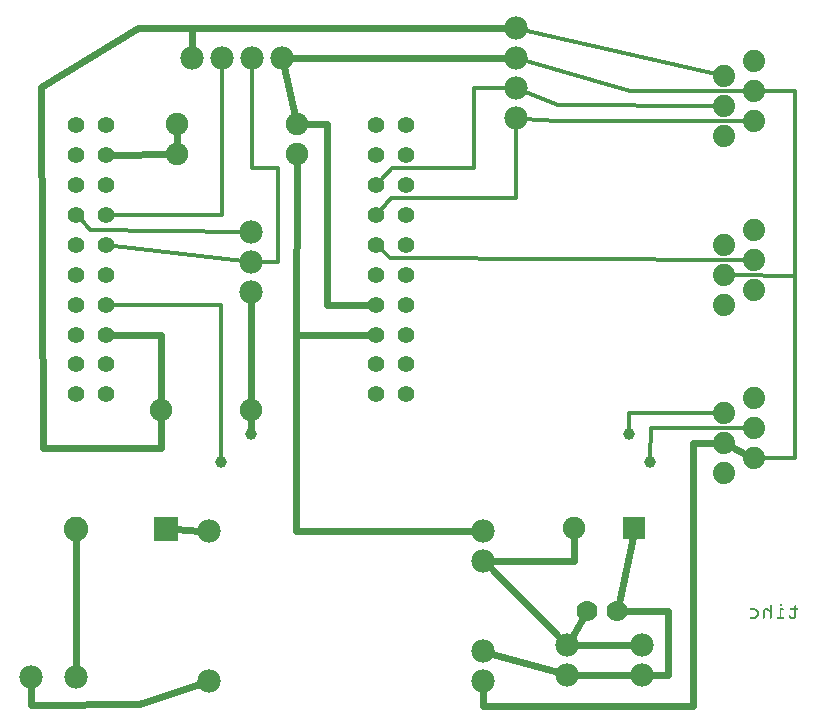
<source format=gbl>
G04 MADE WITH FRITZING*
G04 WWW.FRITZING.ORG*
G04 DOUBLE SIDED*
G04 HOLES PLATED*
G04 CONTOUR ON CENTER OF CONTOUR VECTOR*
%ASAXBY*%
%FSLAX23Y23*%
%MOIN*%
%OFA0B0*%
%SFA1.0B1.0*%
%ADD10C,0.078000*%
%ADD11C,0.055118*%
%ADD12C,0.075000*%
%ADD13C,0.074000*%
%ADD14C,0.070000*%
%ADD15C,0.082000*%
%ADD16C,0.039370*%
%ADD17R,0.075000X0.075000*%
%ADD18R,0.082000X0.082000*%
%ADD19C,0.024000*%
%ADD20C,0.012000*%
%ADD21R,0.001000X0.001000*%
%LNCOPPER0*%
G90*
G70*
G54D10*
X815Y1635D03*
X815Y1535D03*
X815Y1435D03*
G54D11*
X1331Y1195D03*
X1331Y1095D03*
X1231Y1195D03*
X1231Y1095D03*
X331Y1195D03*
X331Y1095D03*
X231Y1195D03*
X231Y1095D03*
G54D10*
X918Y2214D03*
X818Y2214D03*
X718Y2214D03*
X618Y2214D03*
G54D12*
X513Y1041D03*
X813Y1041D03*
X568Y1994D03*
X968Y1994D03*
X568Y1894D03*
X968Y1894D03*
G54D13*
X2389Y831D03*
X2489Y881D03*
X2389Y931D03*
X2489Y981D03*
X2389Y1031D03*
X2489Y1081D03*
X2389Y1392D03*
X2489Y1442D03*
X2389Y1492D03*
X2489Y1542D03*
X2389Y1592D03*
X2489Y1642D03*
X2389Y1955D03*
X2489Y2005D03*
X2389Y2055D03*
X2489Y2105D03*
X2389Y2155D03*
X2489Y2205D03*
G54D12*
X2091Y647D03*
X1891Y647D03*
G54D14*
X1935Y372D03*
X2035Y372D03*
G54D10*
X673Y639D03*
X673Y138D03*
X1588Y639D03*
X1588Y539D03*
X1588Y239D03*
X1588Y138D03*
G54D11*
X1331Y1993D03*
X1331Y1893D03*
X1331Y1793D03*
X1331Y1693D03*
X1331Y1593D03*
X1331Y1493D03*
X1331Y1393D03*
X1331Y1293D03*
X1232Y1993D03*
X1232Y1893D03*
X1232Y1793D03*
X1232Y1693D03*
X1232Y1593D03*
X1232Y1493D03*
X1232Y1393D03*
X1232Y1293D03*
X231Y1993D03*
X231Y1893D03*
X231Y1793D03*
X231Y1693D03*
X231Y1593D03*
X231Y1493D03*
X231Y1393D03*
X231Y1293D03*
X331Y1993D03*
X331Y1893D03*
X331Y1793D03*
X331Y1693D03*
X331Y1593D03*
X331Y1493D03*
X331Y1393D03*
X331Y1293D03*
G54D10*
X231Y153D03*
X81Y153D03*
G54D15*
X529Y645D03*
X231Y645D03*
G54D10*
X1696Y2314D03*
X1696Y2214D03*
X1696Y2114D03*
X1696Y2014D03*
X2118Y259D03*
X2118Y159D03*
X1867Y259D03*
X1867Y159D03*
G54D16*
X713Y869D03*
X2144Y869D03*
X813Y961D03*
X2073Y961D03*
G54D17*
X2091Y647D03*
G54D18*
X530Y645D03*
G54D19*
X1588Y55D02*
X1588Y108D01*
D02*
X2286Y55D02*
X1588Y55D01*
D02*
X2205Y159D02*
X2205Y372D01*
D02*
X2205Y372D02*
X2061Y372D01*
D02*
X2148Y159D02*
X2205Y159D01*
G54D20*
D02*
X2073Y974D02*
X2073Y1031D01*
D02*
X2073Y1031D02*
X2364Y1031D01*
D02*
X786Y1539D02*
X358Y1590D01*
D02*
X277Y1643D02*
X246Y1678D01*
D02*
X791Y1636D02*
X277Y1643D01*
D02*
X818Y1850D02*
X905Y1850D01*
D02*
X905Y1850D02*
X905Y1535D01*
D02*
X905Y1535D02*
X846Y1535D01*
D02*
X818Y2183D02*
X818Y1850D01*
G54D19*
D02*
X568Y1923D02*
X568Y1965D01*
D02*
X1666Y2214D02*
X949Y2214D01*
D02*
X925Y2184D02*
X962Y2022D01*
D02*
X1068Y1393D02*
X1205Y1393D01*
D02*
X1068Y1994D02*
X1068Y1393D01*
D02*
X997Y1994D02*
X1068Y1994D01*
D02*
X813Y1070D02*
X815Y1405D01*
D02*
X2462Y895D02*
X2417Y917D01*
G54D20*
D02*
X2628Y881D02*
X2515Y881D01*
D02*
X713Y882D02*
X713Y1393D01*
D02*
X713Y1393D02*
X358Y1393D01*
D02*
X2145Y882D02*
X2148Y982D01*
D02*
X2148Y982D02*
X2464Y981D01*
G54D19*
D02*
X618Y2314D02*
X1666Y2314D01*
D02*
X618Y2244D02*
X618Y2314D01*
D02*
X115Y2119D02*
X119Y915D01*
D02*
X513Y1293D02*
X358Y1293D01*
D02*
X513Y915D02*
X513Y1013D01*
D02*
X513Y1070D02*
X513Y1293D01*
D02*
X119Y915D02*
X513Y915D01*
D02*
X438Y2314D02*
X115Y2119D01*
D02*
X618Y2314D02*
X438Y2314D01*
G54D20*
D02*
X718Y1693D02*
X358Y1693D01*
D02*
X718Y2183D02*
X718Y1693D01*
G54D19*
D02*
X540Y1894D02*
X358Y1893D01*
D02*
X963Y1293D02*
X968Y1866D01*
D02*
X1205Y1293D02*
X963Y1293D01*
D02*
X2286Y931D02*
X2358Y931D01*
G54D20*
D02*
X1838Y2005D02*
X2464Y2005D01*
D02*
X1720Y2012D02*
X1838Y2005D01*
D02*
X1836Y2058D02*
X1719Y2105D01*
D02*
X2364Y2055D02*
X1836Y2058D01*
D02*
X2076Y2104D02*
X1719Y2207D01*
D02*
X2464Y2105D02*
X2076Y2104D01*
D02*
X2364Y2161D02*
X1720Y2308D01*
G54D19*
D02*
X963Y639D02*
X1558Y639D01*
D02*
X963Y1293D02*
X963Y639D01*
D02*
X231Y613D02*
X231Y183D01*
D02*
X441Y63D02*
X645Y129D01*
D02*
X81Y60D02*
X441Y63D01*
D02*
X81Y123D02*
X81Y60D01*
G54D20*
D02*
X1276Y1547D02*
X2464Y1542D01*
D02*
X1246Y1578D02*
X1276Y1547D01*
D02*
X2628Y1489D02*
X2415Y1492D01*
D02*
X2628Y881D02*
X2628Y1489D01*
D02*
X2628Y2105D02*
X2515Y2105D01*
D02*
X2628Y1489D02*
X2628Y2105D01*
G54D19*
D02*
X2286Y931D02*
X2286Y55D01*
D02*
X1891Y539D02*
X1619Y539D01*
D02*
X1891Y618D02*
X1891Y539D01*
D02*
X1883Y285D02*
X1921Y349D01*
D02*
X2086Y619D02*
X2040Y397D01*
D02*
X1846Y280D02*
X1610Y517D01*
D02*
X1838Y167D02*
X1617Y230D01*
D02*
X643Y640D02*
X561Y644D01*
G54D20*
D02*
X1696Y1749D02*
X1696Y1989D01*
D02*
X1282Y1749D02*
X1696Y1749D01*
D02*
X1246Y1709D02*
X1282Y1749D01*
D02*
X1558Y2114D02*
X1671Y2114D01*
D02*
X1558Y1848D02*
X1558Y2114D01*
D02*
X1285Y1848D02*
X1558Y1848D01*
D02*
X1246Y1808D02*
X1285Y1848D01*
G54D19*
D02*
X1897Y259D02*
X2088Y259D01*
D02*
X2088Y159D02*
X1897Y159D01*
D02*
X813Y980D02*
X813Y1013D01*
G54D21*
X2577Y395D02*
X2583Y395D01*
X2576Y394D02*
X2584Y394D01*
X2546Y393D02*
X2547Y393D01*
X2576Y393D02*
X2584Y393D01*
X2545Y392D02*
X2548Y392D01*
X2576Y392D02*
X2584Y392D01*
X2544Y391D02*
X2549Y391D01*
X2576Y391D02*
X2584Y391D01*
X2544Y390D02*
X2549Y390D01*
X2576Y390D02*
X2584Y390D01*
X2627Y390D02*
X2629Y390D01*
X2544Y389D02*
X2549Y389D01*
X2576Y389D02*
X2584Y389D01*
X2626Y389D02*
X2630Y389D01*
X2544Y388D02*
X2549Y388D01*
X2577Y388D02*
X2583Y388D01*
X2626Y388D02*
X2631Y388D01*
X2544Y387D02*
X2549Y387D01*
X2625Y387D02*
X2631Y387D01*
X2544Y386D02*
X2549Y386D01*
X2625Y386D02*
X2631Y386D01*
X2544Y385D02*
X2549Y385D01*
X2625Y385D02*
X2631Y385D01*
X2544Y384D02*
X2549Y384D01*
X2625Y384D02*
X2631Y384D01*
X2544Y383D02*
X2549Y383D01*
X2625Y383D02*
X2631Y383D01*
X2544Y382D02*
X2549Y382D01*
X2625Y382D02*
X2631Y382D01*
X2544Y381D02*
X2549Y381D01*
X2625Y381D02*
X2631Y381D01*
X2478Y380D02*
X2493Y380D01*
X2527Y380D02*
X2535Y380D01*
X2544Y380D02*
X2549Y380D01*
X2577Y380D02*
X2588Y380D01*
X2612Y380D02*
X2635Y380D01*
X2477Y379D02*
X2496Y379D01*
X2525Y379D02*
X2537Y379D01*
X2544Y379D02*
X2549Y379D01*
X2576Y379D02*
X2589Y379D01*
X2611Y379D02*
X2636Y379D01*
X2476Y378D02*
X2497Y378D01*
X2524Y378D02*
X2539Y378D01*
X2544Y378D02*
X2549Y378D01*
X2576Y378D02*
X2590Y378D01*
X2611Y378D02*
X2636Y378D01*
X2476Y377D02*
X2499Y377D01*
X2523Y377D02*
X2540Y377D01*
X2544Y377D02*
X2549Y377D01*
X2576Y377D02*
X2590Y377D01*
X2611Y377D02*
X2637Y377D01*
X2476Y376D02*
X2500Y376D01*
X2522Y376D02*
X2542Y376D01*
X2544Y376D02*
X2549Y376D01*
X2576Y376D02*
X2590Y376D01*
X2611Y376D02*
X2636Y376D01*
X2477Y375D02*
X2501Y375D01*
X2521Y375D02*
X2549Y375D01*
X2576Y375D02*
X2589Y375D01*
X2612Y375D02*
X2635Y375D01*
X2493Y374D02*
X2502Y374D01*
X2521Y374D02*
X2528Y374D01*
X2534Y374D02*
X2549Y374D01*
X2576Y374D02*
X2581Y374D01*
X2625Y374D02*
X2631Y374D01*
X2495Y373D02*
X2503Y373D01*
X2521Y373D02*
X2526Y373D01*
X2536Y373D02*
X2549Y373D01*
X2576Y373D02*
X2581Y373D01*
X2625Y373D02*
X2631Y373D01*
X2496Y372D02*
X2504Y372D01*
X2521Y372D02*
X2526Y372D01*
X2538Y372D02*
X2549Y372D01*
X2576Y372D02*
X2581Y372D01*
X2625Y372D02*
X2631Y372D01*
X2497Y371D02*
X2504Y371D01*
X2521Y371D02*
X2526Y371D01*
X2539Y371D02*
X2549Y371D01*
X2576Y371D02*
X2581Y371D01*
X2625Y371D02*
X2631Y371D01*
X2498Y370D02*
X2505Y370D01*
X2521Y370D02*
X2526Y370D01*
X2541Y370D02*
X2549Y370D01*
X2576Y370D02*
X2581Y370D01*
X2625Y370D02*
X2631Y370D01*
X2499Y369D02*
X2505Y369D01*
X2521Y369D02*
X2526Y369D01*
X2542Y369D02*
X2549Y369D01*
X2576Y369D02*
X2581Y369D01*
X2625Y369D02*
X2631Y369D01*
X2500Y368D02*
X2505Y368D01*
X2521Y368D02*
X2526Y368D01*
X2544Y368D02*
X2549Y368D01*
X2576Y368D02*
X2581Y368D01*
X2625Y368D02*
X2631Y368D01*
X2500Y367D02*
X2505Y367D01*
X2521Y367D02*
X2526Y367D01*
X2544Y367D02*
X2549Y367D01*
X2576Y367D02*
X2581Y367D01*
X2625Y367D02*
X2631Y367D01*
X2500Y366D02*
X2505Y366D01*
X2521Y366D02*
X2526Y366D01*
X2544Y366D02*
X2549Y366D01*
X2576Y366D02*
X2581Y366D01*
X2625Y366D02*
X2631Y366D01*
X2500Y365D02*
X2505Y365D01*
X2520Y365D02*
X2526Y365D01*
X2544Y365D02*
X2549Y365D01*
X2576Y365D02*
X2581Y365D01*
X2625Y365D02*
X2631Y365D01*
X2500Y364D02*
X2505Y364D01*
X2520Y364D02*
X2526Y364D01*
X2544Y364D02*
X2549Y364D01*
X2576Y364D02*
X2581Y364D01*
X2625Y364D02*
X2631Y364D01*
X2500Y363D02*
X2505Y363D01*
X2520Y363D02*
X2525Y363D01*
X2544Y363D02*
X2549Y363D01*
X2576Y363D02*
X2581Y363D01*
X2625Y363D02*
X2631Y363D01*
X2500Y362D02*
X2505Y362D01*
X2520Y362D02*
X2525Y362D01*
X2544Y362D02*
X2549Y362D01*
X2576Y362D02*
X2581Y362D01*
X2625Y362D02*
X2631Y362D01*
X2500Y361D02*
X2505Y361D01*
X2520Y361D02*
X2525Y361D01*
X2544Y361D02*
X2549Y361D01*
X2576Y361D02*
X2581Y361D01*
X2625Y361D02*
X2631Y361D01*
X2500Y360D02*
X2505Y360D01*
X2520Y360D02*
X2525Y360D01*
X2544Y360D02*
X2549Y360D01*
X2576Y360D02*
X2581Y360D01*
X2625Y360D02*
X2631Y360D01*
X2500Y359D02*
X2505Y359D01*
X2520Y359D02*
X2525Y359D01*
X2544Y359D02*
X2549Y359D01*
X2576Y359D02*
X2581Y359D01*
X2625Y359D02*
X2631Y359D01*
X2500Y358D02*
X2505Y358D01*
X2520Y358D02*
X2525Y358D01*
X2544Y358D02*
X2549Y358D01*
X2576Y358D02*
X2581Y358D01*
X2625Y358D02*
X2631Y358D01*
X2499Y357D02*
X2505Y357D01*
X2520Y357D02*
X2525Y357D01*
X2544Y357D02*
X2549Y357D01*
X2576Y357D02*
X2581Y357D01*
X2609Y357D02*
X2611Y357D01*
X2625Y357D02*
X2631Y357D01*
X2498Y356D02*
X2505Y356D01*
X2520Y356D02*
X2525Y356D01*
X2544Y356D02*
X2549Y356D01*
X2576Y356D02*
X2581Y356D01*
X2608Y356D02*
X2612Y356D01*
X2625Y356D02*
X2631Y356D01*
X2496Y355D02*
X2504Y355D01*
X2520Y355D02*
X2525Y355D01*
X2544Y355D02*
X2549Y355D01*
X2576Y355D02*
X2581Y355D01*
X2608Y355D02*
X2612Y355D01*
X2625Y355D02*
X2631Y355D01*
X2495Y354D02*
X2503Y354D01*
X2520Y354D02*
X2525Y354D01*
X2544Y354D02*
X2549Y354D01*
X2576Y354D02*
X2581Y354D01*
X2607Y354D02*
X2613Y354D01*
X2625Y354D02*
X2631Y354D01*
X2494Y353D02*
X2502Y353D01*
X2520Y353D02*
X2525Y353D01*
X2544Y353D02*
X2549Y353D01*
X2576Y353D02*
X2581Y353D01*
X2608Y353D02*
X2614Y353D01*
X2625Y353D02*
X2630Y353D01*
X2479Y352D02*
X2501Y352D01*
X2520Y352D02*
X2525Y352D01*
X2544Y352D02*
X2549Y352D01*
X2569Y352D02*
X2587Y352D01*
X2608Y352D02*
X2630Y352D01*
X2477Y351D02*
X2500Y351D01*
X2520Y351D02*
X2525Y351D01*
X2544Y351D02*
X2549Y351D01*
X2568Y351D02*
X2589Y351D01*
X2608Y351D02*
X2630Y351D01*
X2476Y350D02*
X2499Y350D01*
X2520Y350D02*
X2525Y350D01*
X2544Y350D02*
X2549Y350D01*
X2567Y350D02*
X2590Y350D01*
X2609Y350D02*
X2629Y350D01*
X2476Y349D02*
X2498Y349D01*
X2520Y349D02*
X2525Y349D01*
X2544Y349D02*
X2549Y349D01*
X2567Y349D02*
X2590Y349D01*
X2610Y349D02*
X2628Y349D01*
X2476Y348D02*
X2497Y348D01*
X2520Y348D02*
X2525Y348D01*
X2544Y348D02*
X2549Y348D01*
X2567Y348D02*
X2590Y348D01*
X2611Y348D02*
X2627Y348D01*
X2477Y347D02*
X2495Y347D01*
X2521Y347D02*
X2524Y347D01*
X2545Y347D02*
X2548Y347D01*
X2568Y347D02*
X2589Y347D01*
X2612Y347D02*
X2626Y347D01*
X2479Y346D02*
X2491Y346D01*
X2570Y346D02*
X2587Y346D01*
X2616Y346D02*
X2622Y346D01*
D02*
G04 End of Copper0*
M02*
</source>
